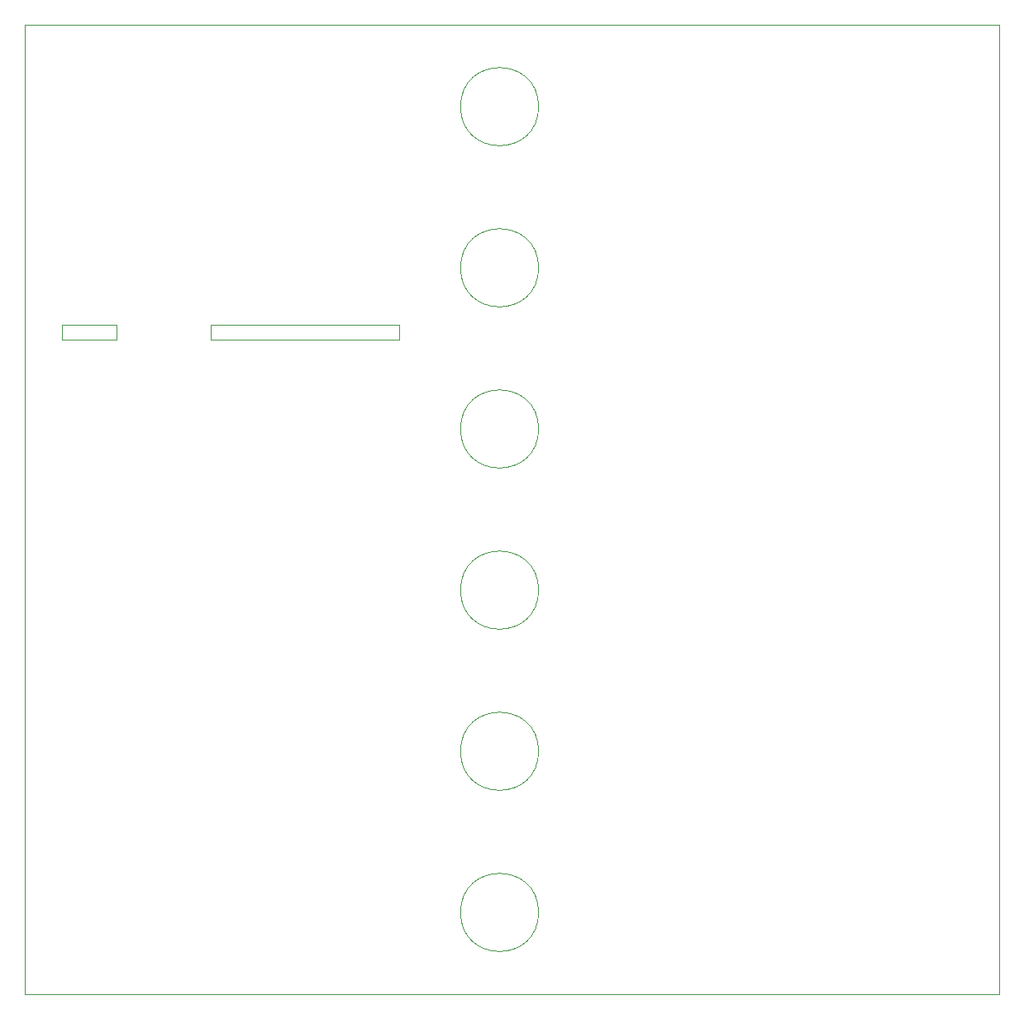
<source format=gbr>
%TF.GenerationSoftware,KiCad,Pcbnew,(6.0.9)*%
%TF.CreationDate,2023-06-09T19:15:00-04:00*%
%TF.ProjectId,HV servo drive v1,48562073-6572-4766-9f20-647269766520,rev?*%
%TF.SameCoordinates,Original*%
%TF.FileFunction,Profile,NP*%
%FSLAX46Y46*%
G04 Gerber Fmt 4.6, Leading zero omitted, Abs format (unit mm)*
G04 Created by KiCad (PCBNEW (6.0.9)) date 2023-06-09 19:15:00*
%MOMM*%
%LPD*%
G01*
G04 APERTURE LIST*
%TA.AperFunction,Profile*%
%ADD10C,0.100000*%
%TD*%
%TA.AperFunction,Profile*%
%ADD11C,0.120000*%
%TD*%
G04 APERTURE END LIST*
D10*
X203200000Y-51562000D02*
X103378000Y-51562000D01*
X103378000Y-51562000D02*
X103378000Y-150876000D01*
X103378000Y-150876000D02*
X203200000Y-150876000D01*
X203200000Y-150876000D02*
X203200000Y-51562000D01*
X122428000Y-82296000D02*
X141732000Y-82296000D01*
X141732000Y-82296000D02*
X141732000Y-83820000D01*
X141732000Y-83820000D02*
X122428000Y-83820000D01*
X122428000Y-83820000D02*
X122428000Y-82296000D01*
X107188000Y-82296000D02*
X112776000Y-82296000D01*
X112776000Y-82296000D02*
X112776000Y-83820000D01*
X112776000Y-83820000D02*
X107188000Y-83820000D01*
X107188000Y-83820000D02*
X107188000Y-82296000D01*
D11*
%TO.C,Q1*%
X156008236Y-109475969D02*
G75*
G03*
X156008236Y-109475969I-4000000J0D01*
G01*
%TO.C,Q5*%
X156008236Y-142495969D02*
G75*
G03*
X156008236Y-142495969I-4000000J0D01*
G01*
%TO.C,Q2*%
X156008236Y-92965969D02*
G75*
G03*
X156008236Y-92965969I-4000000J0D01*
G01*
%TO.C,Q4*%
X156008236Y-59945969D02*
G75*
G03*
X156008236Y-59945969I-4000000J0D01*
G01*
%TO.C,Q6*%
X156008236Y-125985969D02*
G75*
G03*
X156008236Y-125985969I-4000000J0D01*
G01*
%TO.C,Q3*%
X156008236Y-76455969D02*
G75*
G03*
X156008236Y-76455969I-4000000J0D01*
G01*
%TD*%
M02*

</source>
